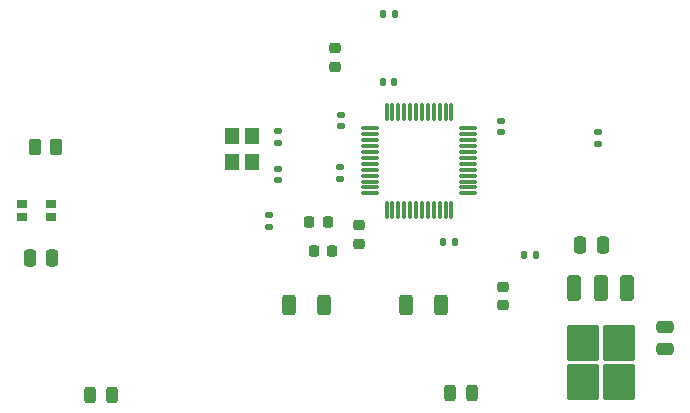
<source format=gbr>
%TF.GenerationSoftware,KiCad,Pcbnew,7.0.10*%
%TF.CreationDate,2024-01-12T17:51:54+01:00*%
%TF.ProjectId,LightDudu4Lila,4c696768-7444-4756-9475-344c696c612e,rev?*%
%TF.SameCoordinates,Original*%
%TF.FileFunction,Paste,Top*%
%TF.FilePolarity,Positive*%
%FSLAX46Y46*%
G04 Gerber Fmt 4.6, Leading zero omitted, Abs format (unit mm)*
G04 Created by KiCad (PCBNEW 7.0.10) date 2024-01-12 17:51:54*
%MOMM*%
%LPD*%
G01*
G04 APERTURE LIST*
G04 Aperture macros list*
%AMRoundRect*
0 Rectangle with rounded corners*
0 $1 Rounding radius*
0 $2 $3 $4 $5 $6 $7 $8 $9 X,Y pos of 4 corners*
0 Add a 4 corners polygon primitive as box body*
4,1,4,$2,$3,$4,$5,$6,$7,$8,$9,$2,$3,0*
0 Add four circle primitives for the rounded corners*
1,1,$1+$1,$2,$3*
1,1,$1+$1,$4,$5*
1,1,$1+$1,$6,$7*
1,1,$1+$1,$8,$9*
0 Add four rect primitives between the rounded corners*
20,1,$1+$1,$2,$3,$4,$5,0*
20,1,$1+$1,$4,$5,$6,$7,0*
20,1,$1+$1,$6,$7,$8,$9,0*
20,1,$1+$1,$8,$9,$2,$3,0*%
G04 Aperture macros list end*
%ADD10RoundRect,0.140000X0.140000X0.170000X-0.140000X0.170000X-0.140000X-0.170000X0.140000X-0.170000X0*%
%ADD11RoundRect,0.250000X-0.250000X-0.475000X0.250000X-0.475000X0.250000X0.475000X-0.250000X0.475000X0*%
%ADD12RoundRect,0.225000X0.225000X0.250000X-0.225000X0.250000X-0.225000X-0.250000X0.225000X-0.250000X0*%
%ADD13RoundRect,0.250000X-0.312500X-0.625000X0.312500X-0.625000X0.312500X0.625000X-0.312500X0.625000X0*%
%ADD14RoundRect,0.140000X0.170000X-0.140000X0.170000X0.140000X-0.170000X0.140000X-0.170000X-0.140000X0*%
%ADD15RoundRect,0.250000X0.312500X0.625000X-0.312500X0.625000X-0.312500X-0.625000X0.312500X-0.625000X0*%
%ADD16RoundRect,0.140000X-0.140000X-0.170000X0.140000X-0.170000X0.140000X0.170000X-0.140000X0.170000X0*%
%ADD17RoundRect,0.250000X-0.350000X0.850000X-0.350000X-0.850000X0.350000X-0.850000X0.350000X0.850000X0*%
%ADD18RoundRect,0.250000X-1.125000X1.275000X-1.125000X-1.275000X1.125000X-1.275000X1.125000X1.275000X0*%
%ADD19RoundRect,0.250000X0.262500X0.450000X-0.262500X0.450000X-0.262500X-0.450000X0.262500X-0.450000X0*%
%ADD20RoundRect,0.218750X-0.256250X0.218750X-0.256250X-0.218750X0.256250X-0.218750X0.256250X0.218750X0*%
%ADD21RoundRect,0.250000X0.475000X-0.250000X0.475000X0.250000X-0.475000X0.250000X-0.475000X-0.250000X0*%
%ADD22RoundRect,0.140000X-0.170000X0.140000X-0.170000X-0.140000X0.170000X-0.140000X0.170000X0.140000X0*%
%ADD23RoundRect,0.243750X-0.243750X-0.456250X0.243750X-0.456250X0.243750X0.456250X-0.243750X0.456250X0*%
%ADD24RoundRect,0.250000X0.250000X0.475000X-0.250000X0.475000X-0.250000X-0.475000X0.250000X-0.475000X0*%
%ADD25RoundRect,0.135000X0.135000X0.185000X-0.135000X0.185000X-0.135000X-0.185000X0.135000X-0.185000X0*%
%ADD26RoundRect,0.135000X-0.185000X0.135000X-0.185000X-0.135000X0.185000X-0.135000X0.185000X0.135000X0*%
%ADD27RoundRect,0.135000X-0.135000X-0.185000X0.135000X-0.185000X0.135000X0.185000X-0.135000X0.185000X0*%
%ADD28R,1.200000X1.400000*%
%ADD29R,0.900000X0.700000*%
%ADD30RoundRect,0.225000X0.250000X-0.225000X0.250000X0.225000X-0.250000X0.225000X-0.250000X-0.225000X0*%
%ADD31RoundRect,0.075000X-0.662500X-0.075000X0.662500X-0.075000X0.662500X0.075000X-0.662500X0.075000X0*%
%ADD32RoundRect,0.075000X-0.075000X-0.662500X0.075000X-0.662500X0.075000X0.662500X-0.075000X0.662500X0*%
G04 APERTURE END LIST*
D10*
%TO.C,C1*%
X109319000Y-85725000D03*
X108359000Y-85725000D03*
%TD*%
D11*
%TO.C,C13*%
X119954000Y-85979000D03*
X121854000Y-85979000D03*
%TD*%
D12*
%TO.C,C8*%
X98946000Y-86487000D03*
X97396000Y-86487000D03*
%TD*%
D13*
%TO.C,R6*%
X105217500Y-91059000D03*
X108142500Y-91059000D03*
%TD*%
D14*
%TO.C,C6*%
X99568000Y-80363000D03*
X99568000Y-79403000D03*
%TD*%
D15*
%TO.C,R5*%
X98236500Y-91059000D03*
X95311500Y-91059000D03*
%TD*%
D16*
%TO.C,C4*%
X103253000Y-72161400D03*
X104213000Y-72161400D03*
%TD*%
D14*
%TO.C,C3*%
X99669000Y-75918000D03*
X99669000Y-74958000D03*
%TD*%
D17*
%TO.C,U3*%
X123946000Y-89653000D03*
X121666000Y-89653000D03*
D18*
X123191000Y-94278000D03*
X120141000Y-94278000D03*
X123191000Y-97628000D03*
X120141000Y-97628000D03*
D17*
X119386000Y-89653000D03*
%TD*%
D19*
%TO.C,R4*%
X75588500Y-77724000D03*
X73763500Y-77724000D03*
%TD*%
D20*
%TO.C,D1*%
X113411000Y-89509500D03*
X113411000Y-91084500D03*
%TD*%
D21*
%TO.C,C12*%
X127127000Y-94803000D03*
X127127000Y-92903000D03*
%TD*%
D22*
%TO.C,C11*%
X94361000Y-79530000D03*
X94361000Y-80490000D03*
%TD*%
D14*
%TO.C,C10*%
X94361000Y-77315000D03*
X94361000Y-76355000D03*
%TD*%
D23*
%TO.C,D2*%
X78437500Y-98679000D03*
X80312500Y-98679000D03*
%TD*%
D24*
%TO.C,C14*%
X75245000Y-87122000D03*
X73345000Y-87122000D03*
%TD*%
D22*
%TO.C,C2*%
X113258000Y-75466000D03*
X113258000Y-76426000D03*
%TD*%
D23*
%TO.C,D3*%
X108917500Y-98552000D03*
X110792500Y-98552000D03*
%TD*%
D25*
%TO.C,R3*%
X116209000Y-86868000D03*
X115189000Y-86868000D03*
%TD*%
D26*
%TO.C,R2*%
X121412000Y-76452000D03*
X121412000Y-77472000D03*
%TD*%
D27*
%TO.C,R1*%
X103249000Y-66421000D03*
X104269000Y-66421000D03*
%TD*%
D28*
%TO.C,X1*%
X90463000Y-76751000D03*
X90463000Y-78951000D03*
X92163000Y-78951000D03*
X92163000Y-76751000D03*
%TD*%
D12*
%TO.C,C7*%
X98565000Y-84074000D03*
X97015000Y-84074000D03*
%TD*%
D29*
%TO.C,IC1*%
X75164000Y-82508000D03*
X75164000Y-83608000D03*
X72664000Y-82508000D03*
X72664000Y-83608000D03*
%TD*%
D22*
%TO.C,C9*%
X93599000Y-83467000D03*
X93599000Y-84427000D03*
%TD*%
D30*
%TO.C,C5*%
X99161000Y-70879000D03*
X99161000Y-69329000D03*
%TD*%
D31*
%TO.C,U2*%
X102136500Y-76117000D03*
X102136500Y-76617000D03*
X102136500Y-77117000D03*
X102136500Y-77617000D03*
X102136500Y-78117000D03*
X102136500Y-78617000D03*
X102136500Y-79117000D03*
X102136500Y-79617000D03*
X102136500Y-80117000D03*
X102136500Y-80617000D03*
X102136500Y-81117000D03*
X102136500Y-81617000D03*
D32*
X103549000Y-83029500D03*
X104049000Y-83029500D03*
X104549000Y-83029500D03*
X105049000Y-83029500D03*
X105549000Y-83029500D03*
X106049000Y-83029500D03*
X106549000Y-83029500D03*
X107049000Y-83029500D03*
X107549000Y-83029500D03*
X108049000Y-83029500D03*
X108549000Y-83029500D03*
X109049000Y-83029500D03*
D31*
X110461500Y-81617000D03*
X110461500Y-81117000D03*
X110461500Y-80617000D03*
X110461500Y-80117000D03*
X110461500Y-79617000D03*
X110461500Y-79117000D03*
X110461500Y-78617000D03*
X110461500Y-78117000D03*
X110461500Y-77617000D03*
X110461500Y-77117000D03*
X110461500Y-76617000D03*
X110461500Y-76117000D03*
D32*
X109049000Y-74704500D03*
X108549000Y-74704500D03*
X108049000Y-74704500D03*
X107549000Y-74704500D03*
X107049000Y-74704500D03*
X106549000Y-74704500D03*
X106049000Y-74704500D03*
X105549000Y-74704500D03*
X105049000Y-74704500D03*
X104549000Y-74704500D03*
X104049000Y-74704500D03*
X103549000Y-74704500D03*
%TD*%
D20*
%TO.C,FB1*%
X101219000Y-84302500D03*
X101219000Y-85877500D03*
%TD*%
M02*

</source>
